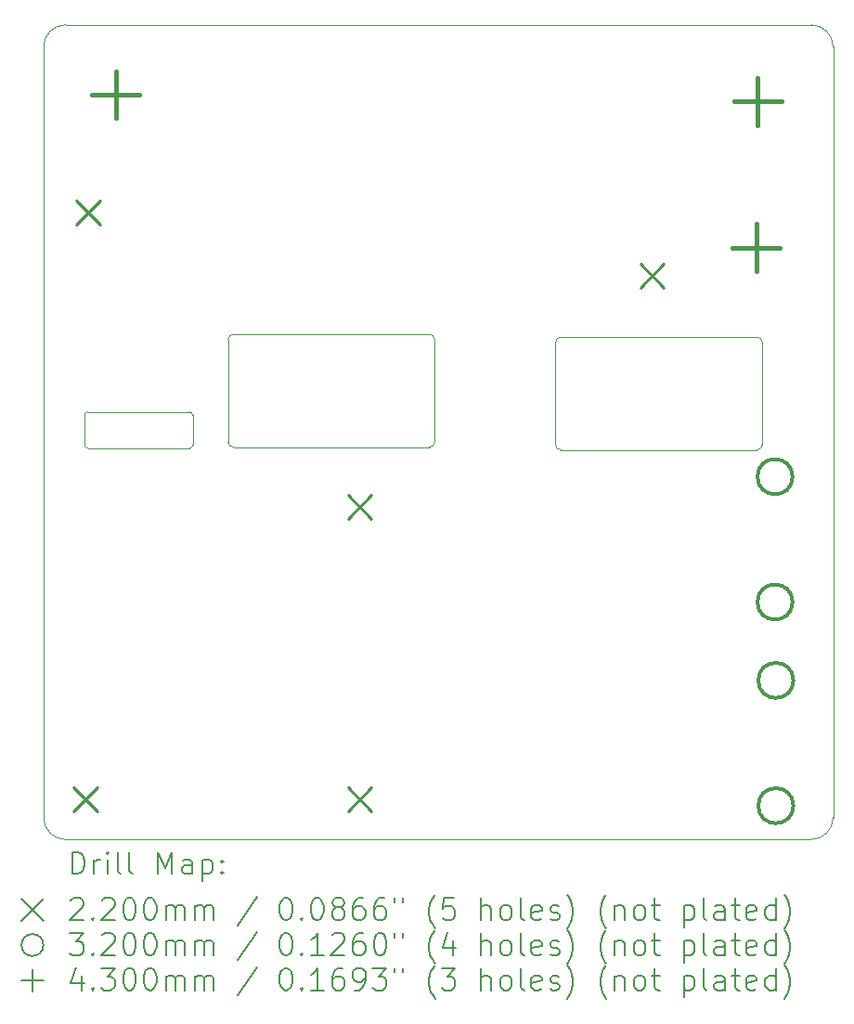
<source format=gbr>
%TF.GenerationSoftware,KiCad,Pcbnew,8.0.7*%
%TF.CreationDate,2025-03-13T19:28:36-05:00*%
%TF.ProjectId,motorboard,6d6f746f-7262-46f6-9172-642e6b696361,rev?*%
%TF.SameCoordinates,Original*%
%TF.FileFunction,Drillmap*%
%TF.FilePolarity,Positive*%
%FSLAX45Y45*%
G04 Gerber Fmt 4.5, Leading zero omitted, Abs format (unit mm)*
G04 Created by KiCad (PCBNEW 8.0.7) date 2025-03-13 19:28:36*
%MOMM*%
%LPD*%
G01*
G04 APERTURE LIST*
%ADD10C,0.050000*%
%ADD11C,0.200000*%
%ADD12C,0.220000*%
%ADD13C,0.320000*%
%ADD14C,0.430000*%
G04 APERTURE END LIST*
D10*
X12106800Y-9531900D02*
G75*
G02*
X12136800Y-9561900I0J-30000D01*
G01*
X15445200Y-9828600D02*
X15445200Y-8898400D01*
X17977600Y-7039500D02*
X17977600Y-6201200D01*
X10776700Y-6201200D02*
G75*
G02*
X10976700Y-6001200I200000J0D01*
G01*
X10776700Y-7039500D02*
X10776700Y-6201200D01*
X10776700Y-13230800D02*
X10776700Y-7039500D01*
X12136800Y-9561900D02*
X12136800Y-9832100D01*
X11180400Y-9531900D02*
X12106800Y-9531900D01*
X12508400Y-9853700D02*
G75*
G02*
X12458400Y-9803700I0J50000D01*
G01*
X10976700Y-13430800D02*
G75*
G02*
X10776700Y-13230800I0J200000D01*
G01*
X12508400Y-8823500D02*
X14294800Y-8823500D01*
X14294800Y-9853700D02*
X12508400Y-9853700D01*
X11180400Y-9862100D02*
G75*
G02*
X11150400Y-9832100I0J30000D01*
G01*
X17777600Y-6001200D02*
G75*
G02*
X17977600Y-6201200I0J-200000D01*
G01*
X17331600Y-9828600D02*
G75*
G02*
X17281600Y-9878600I-50000J0D01*
G01*
X14344800Y-8873500D02*
X14344800Y-9803700D01*
X14294800Y-8823500D02*
G75*
G02*
X14344800Y-8873500I0J-50000D01*
G01*
X15495200Y-9878600D02*
G75*
G02*
X15445200Y-9828600I0J50000D01*
G01*
X15445200Y-8898400D02*
G75*
G02*
X15495200Y-8848400I50000J0D01*
G01*
X17331600Y-8898400D02*
X17331600Y-9828600D01*
X17777600Y-13430800D02*
X10976700Y-13430800D01*
X12458400Y-9803700D02*
X12458400Y-8873500D01*
X12106800Y-9862100D02*
X11180400Y-9862100D01*
X10976700Y-6001200D02*
X17777600Y-6001200D01*
X15495200Y-8848400D02*
X17281600Y-8848400D01*
X17977600Y-13230800D02*
G75*
G02*
X17777600Y-13430800I-200000J0D01*
G01*
X17281600Y-8848400D02*
G75*
G02*
X17331600Y-8898400I0J-50000D01*
G01*
X11150400Y-9561900D02*
G75*
G02*
X11180400Y-9531900I30000J0D01*
G01*
X12458400Y-8873500D02*
G75*
G02*
X12508400Y-8823500I50000J0D01*
G01*
X17977600Y-7039500D02*
X17977600Y-13230800D01*
X12136800Y-9832100D02*
G75*
G02*
X12106800Y-9862100I-30000J0D01*
G01*
X17281600Y-9878600D02*
X15495200Y-9878600D01*
X14344800Y-9803700D02*
G75*
G02*
X14294800Y-9853700I-50000J0D01*
G01*
X11150400Y-9832100D02*
X11150400Y-9561900D01*
D11*
D12*
X11047700Y-12952500D02*
X11267700Y-13172500D01*
X11267700Y-12952500D02*
X11047700Y-13172500D01*
X11073100Y-7605700D02*
X11293100Y-7825700D01*
X11293100Y-7605700D02*
X11073100Y-7825700D01*
X13549600Y-10285500D02*
X13769600Y-10505500D01*
X13769600Y-10285500D02*
X13549600Y-10505500D01*
X13549600Y-12952500D02*
X13769600Y-13172500D01*
X13769600Y-12952500D02*
X13549600Y-13172500D01*
X16216600Y-8177200D02*
X16436600Y-8397200D01*
X16436600Y-8177200D02*
X16216600Y-8397200D01*
D13*
X17607280Y-10122050D02*
G75*
G02*
X17287280Y-10122050I-160000J0D01*
G01*
X17287280Y-10122050D02*
G75*
G02*
X17607280Y-10122050I160000J0D01*
G01*
X17607280Y-11265050D02*
G75*
G02*
X17287280Y-11265050I-160000J0D01*
G01*
X17287280Y-11265050D02*
G75*
G02*
X17607280Y-11265050I160000J0D01*
G01*
X17614900Y-11979450D02*
G75*
G02*
X17294900Y-11979450I-160000J0D01*
G01*
X17294900Y-11979450D02*
G75*
G02*
X17614900Y-11979450I160000J0D01*
G01*
X17614900Y-13122450D02*
G75*
G02*
X17294900Y-13122450I-160000J0D01*
G01*
X17294900Y-13122450D02*
G75*
G02*
X17614900Y-13122450I160000J0D01*
G01*
D14*
X11435700Y-6422600D02*
X11435700Y-6852600D01*
X11220700Y-6637600D02*
X11650700Y-6637600D01*
X17277700Y-7816800D02*
X17277700Y-8246800D01*
X17062700Y-8031800D02*
X17492700Y-8031800D01*
X17290400Y-6486100D02*
X17290400Y-6916100D01*
X17075400Y-6701100D02*
X17505400Y-6701100D01*
D11*
X11034977Y-13744784D02*
X11034977Y-13544784D01*
X11034977Y-13544784D02*
X11082596Y-13544784D01*
X11082596Y-13544784D02*
X11111167Y-13554308D01*
X11111167Y-13554308D02*
X11130215Y-13573355D01*
X11130215Y-13573355D02*
X11139739Y-13592403D01*
X11139739Y-13592403D02*
X11149263Y-13630498D01*
X11149263Y-13630498D02*
X11149263Y-13659069D01*
X11149263Y-13659069D02*
X11139739Y-13697165D01*
X11139739Y-13697165D02*
X11130215Y-13716212D01*
X11130215Y-13716212D02*
X11111167Y-13735260D01*
X11111167Y-13735260D02*
X11082596Y-13744784D01*
X11082596Y-13744784D02*
X11034977Y-13744784D01*
X11234977Y-13744784D02*
X11234977Y-13611450D01*
X11234977Y-13649546D02*
X11244501Y-13630498D01*
X11244501Y-13630498D02*
X11254024Y-13620974D01*
X11254024Y-13620974D02*
X11273072Y-13611450D01*
X11273072Y-13611450D02*
X11292120Y-13611450D01*
X11358786Y-13744784D02*
X11358786Y-13611450D01*
X11358786Y-13544784D02*
X11349262Y-13554308D01*
X11349262Y-13554308D02*
X11358786Y-13563831D01*
X11358786Y-13563831D02*
X11368310Y-13554308D01*
X11368310Y-13554308D02*
X11358786Y-13544784D01*
X11358786Y-13544784D02*
X11358786Y-13563831D01*
X11482596Y-13744784D02*
X11463548Y-13735260D01*
X11463548Y-13735260D02*
X11454024Y-13716212D01*
X11454024Y-13716212D02*
X11454024Y-13544784D01*
X11587358Y-13744784D02*
X11568310Y-13735260D01*
X11568310Y-13735260D02*
X11558786Y-13716212D01*
X11558786Y-13716212D02*
X11558786Y-13544784D01*
X11815929Y-13744784D02*
X11815929Y-13544784D01*
X11815929Y-13544784D02*
X11882596Y-13687641D01*
X11882596Y-13687641D02*
X11949262Y-13544784D01*
X11949262Y-13544784D02*
X11949262Y-13744784D01*
X12130215Y-13744784D02*
X12130215Y-13640022D01*
X12130215Y-13640022D02*
X12120691Y-13620974D01*
X12120691Y-13620974D02*
X12101643Y-13611450D01*
X12101643Y-13611450D02*
X12063548Y-13611450D01*
X12063548Y-13611450D02*
X12044501Y-13620974D01*
X12130215Y-13735260D02*
X12111167Y-13744784D01*
X12111167Y-13744784D02*
X12063548Y-13744784D01*
X12063548Y-13744784D02*
X12044501Y-13735260D01*
X12044501Y-13735260D02*
X12034977Y-13716212D01*
X12034977Y-13716212D02*
X12034977Y-13697165D01*
X12034977Y-13697165D02*
X12044501Y-13678117D01*
X12044501Y-13678117D02*
X12063548Y-13668593D01*
X12063548Y-13668593D02*
X12111167Y-13668593D01*
X12111167Y-13668593D02*
X12130215Y-13659069D01*
X12225453Y-13611450D02*
X12225453Y-13811450D01*
X12225453Y-13620974D02*
X12244501Y-13611450D01*
X12244501Y-13611450D02*
X12282596Y-13611450D01*
X12282596Y-13611450D02*
X12301643Y-13620974D01*
X12301643Y-13620974D02*
X12311167Y-13630498D01*
X12311167Y-13630498D02*
X12320691Y-13649546D01*
X12320691Y-13649546D02*
X12320691Y-13706688D01*
X12320691Y-13706688D02*
X12311167Y-13725736D01*
X12311167Y-13725736D02*
X12301643Y-13735260D01*
X12301643Y-13735260D02*
X12282596Y-13744784D01*
X12282596Y-13744784D02*
X12244501Y-13744784D01*
X12244501Y-13744784D02*
X12225453Y-13735260D01*
X12406405Y-13725736D02*
X12415929Y-13735260D01*
X12415929Y-13735260D02*
X12406405Y-13744784D01*
X12406405Y-13744784D02*
X12396882Y-13735260D01*
X12396882Y-13735260D02*
X12406405Y-13725736D01*
X12406405Y-13725736D02*
X12406405Y-13744784D01*
X12406405Y-13620974D02*
X12415929Y-13630498D01*
X12415929Y-13630498D02*
X12406405Y-13640022D01*
X12406405Y-13640022D02*
X12396882Y-13630498D01*
X12396882Y-13630498D02*
X12406405Y-13620974D01*
X12406405Y-13620974D02*
X12406405Y-13640022D01*
X10574200Y-13973300D02*
X10774200Y-14173300D01*
X10774200Y-13973300D02*
X10574200Y-14173300D01*
X11025453Y-13983831D02*
X11034977Y-13974308D01*
X11034977Y-13974308D02*
X11054024Y-13964784D01*
X11054024Y-13964784D02*
X11101644Y-13964784D01*
X11101644Y-13964784D02*
X11120691Y-13974308D01*
X11120691Y-13974308D02*
X11130215Y-13983831D01*
X11130215Y-13983831D02*
X11139739Y-14002879D01*
X11139739Y-14002879D02*
X11139739Y-14021927D01*
X11139739Y-14021927D02*
X11130215Y-14050498D01*
X11130215Y-14050498D02*
X11015929Y-14164784D01*
X11015929Y-14164784D02*
X11139739Y-14164784D01*
X11225453Y-14145736D02*
X11234977Y-14155260D01*
X11234977Y-14155260D02*
X11225453Y-14164784D01*
X11225453Y-14164784D02*
X11215929Y-14155260D01*
X11215929Y-14155260D02*
X11225453Y-14145736D01*
X11225453Y-14145736D02*
X11225453Y-14164784D01*
X11311167Y-13983831D02*
X11320691Y-13974308D01*
X11320691Y-13974308D02*
X11339739Y-13964784D01*
X11339739Y-13964784D02*
X11387358Y-13964784D01*
X11387358Y-13964784D02*
X11406405Y-13974308D01*
X11406405Y-13974308D02*
X11415929Y-13983831D01*
X11415929Y-13983831D02*
X11425453Y-14002879D01*
X11425453Y-14002879D02*
X11425453Y-14021927D01*
X11425453Y-14021927D02*
X11415929Y-14050498D01*
X11415929Y-14050498D02*
X11301643Y-14164784D01*
X11301643Y-14164784D02*
X11425453Y-14164784D01*
X11549262Y-13964784D02*
X11568310Y-13964784D01*
X11568310Y-13964784D02*
X11587358Y-13974308D01*
X11587358Y-13974308D02*
X11596882Y-13983831D01*
X11596882Y-13983831D02*
X11606405Y-14002879D01*
X11606405Y-14002879D02*
X11615929Y-14040974D01*
X11615929Y-14040974D02*
X11615929Y-14088593D01*
X11615929Y-14088593D02*
X11606405Y-14126688D01*
X11606405Y-14126688D02*
X11596882Y-14145736D01*
X11596882Y-14145736D02*
X11587358Y-14155260D01*
X11587358Y-14155260D02*
X11568310Y-14164784D01*
X11568310Y-14164784D02*
X11549262Y-14164784D01*
X11549262Y-14164784D02*
X11530215Y-14155260D01*
X11530215Y-14155260D02*
X11520691Y-14145736D01*
X11520691Y-14145736D02*
X11511167Y-14126688D01*
X11511167Y-14126688D02*
X11501643Y-14088593D01*
X11501643Y-14088593D02*
X11501643Y-14040974D01*
X11501643Y-14040974D02*
X11511167Y-14002879D01*
X11511167Y-14002879D02*
X11520691Y-13983831D01*
X11520691Y-13983831D02*
X11530215Y-13974308D01*
X11530215Y-13974308D02*
X11549262Y-13964784D01*
X11739739Y-13964784D02*
X11758786Y-13964784D01*
X11758786Y-13964784D02*
X11777834Y-13974308D01*
X11777834Y-13974308D02*
X11787358Y-13983831D01*
X11787358Y-13983831D02*
X11796882Y-14002879D01*
X11796882Y-14002879D02*
X11806405Y-14040974D01*
X11806405Y-14040974D02*
X11806405Y-14088593D01*
X11806405Y-14088593D02*
X11796882Y-14126688D01*
X11796882Y-14126688D02*
X11787358Y-14145736D01*
X11787358Y-14145736D02*
X11777834Y-14155260D01*
X11777834Y-14155260D02*
X11758786Y-14164784D01*
X11758786Y-14164784D02*
X11739739Y-14164784D01*
X11739739Y-14164784D02*
X11720691Y-14155260D01*
X11720691Y-14155260D02*
X11711167Y-14145736D01*
X11711167Y-14145736D02*
X11701643Y-14126688D01*
X11701643Y-14126688D02*
X11692120Y-14088593D01*
X11692120Y-14088593D02*
X11692120Y-14040974D01*
X11692120Y-14040974D02*
X11701643Y-14002879D01*
X11701643Y-14002879D02*
X11711167Y-13983831D01*
X11711167Y-13983831D02*
X11720691Y-13974308D01*
X11720691Y-13974308D02*
X11739739Y-13964784D01*
X11892120Y-14164784D02*
X11892120Y-14031450D01*
X11892120Y-14050498D02*
X11901643Y-14040974D01*
X11901643Y-14040974D02*
X11920691Y-14031450D01*
X11920691Y-14031450D02*
X11949263Y-14031450D01*
X11949263Y-14031450D02*
X11968310Y-14040974D01*
X11968310Y-14040974D02*
X11977834Y-14060022D01*
X11977834Y-14060022D02*
X11977834Y-14164784D01*
X11977834Y-14060022D02*
X11987358Y-14040974D01*
X11987358Y-14040974D02*
X12006405Y-14031450D01*
X12006405Y-14031450D02*
X12034977Y-14031450D01*
X12034977Y-14031450D02*
X12054024Y-14040974D01*
X12054024Y-14040974D02*
X12063548Y-14060022D01*
X12063548Y-14060022D02*
X12063548Y-14164784D01*
X12158786Y-14164784D02*
X12158786Y-14031450D01*
X12158786Y-14050498D02*
X12168310Y-14040974D01*
X12168310Y-14040974D02*
X12187358Y-14031450D01*
X12187358Y-14031450D02*
X12215929Y-14031450D01*
X12215929Y-14031450D02*
X12234977Y-14040974D01*
X12234977Y-14040974D02*
X12244501Y-14060022D01*
X12244501Y-14060022D02*
X12244501Y-14164784D01*
X12244501Y-14060022D02*
X12254024Y-14040974D01*
X12254024Y-14040974D02*
X12273072Y-14031450D01*
X12273072Y-14031450D02*
X12301643Y-14031450D01*
X12301643Y-14031450D02*
X12320691Y-14040974D01*
X12320691Y-14040974D02*
X12330215Y-14060022D01*
X12330215Y-14060022D02*
X12330215Y-14164784D01*
X12720691Y-13955260D02*
X12549263Y-14212403D01*
X12977834Y-13964784D02*
X12996882Y-13964784D01*
X12996882Y-13964784D02*
X13015929Y-13974308D01*
X13015929Y-13974308D02*
X13025453Y-13983831D01*
X13025453Y-13983831D02*
X13034977Y-14002879D01*
X13034977Y-14002879D02*
X13044501Y-14040974D01*
X13044501Y-14040974D02*
X13044501Y-14088593D01*
X13044501Y-14088593D02*
X13034977Y-14126688D01*
X13034977Y-14126688D02*
X13025453Y-14145736D01*
X13025453Y-14145736D02*
X13015929Y-14155260D01*
X13015929Y-14155260D02*
X12996882Y-14164784D01*
X12996882Y-14164784D02*
X12977834Y-14164784D01*
X12977834Y-14164784D02*
X12958786Y-14155260D01*
X12958786Y-14155260D02*
X12949263Y-14145736D01*
X12949263Y-14145736D02*
X12939739Y-14126688D01*
X12939739Y-14126688D02*
X12930215Y-14088593D01*
X12930215Y-14088593D02*
X12930215Y-14040974D01*
X12930215Y-14040974D02*
X12939739Y-14002879D01*
X12939739Y-14002879D02*
X12949263Y-13983831D01*
X12949263Y-13983831D02*
X12958786Y-13974308D01*
X12958786Y-13974308D02*
X12977834Y-13964784D01*
X13130215Y-14145736D02*
X13139739Y-14155260D01*
X13139739Y-14155260D02*
X13130215Y-14164784D01*
X13130215Y-14164784D02*
X13120691Y-14155260D01*
X13120691Y-14155260D02*
X13130215Y-14145736D01*
X13130215Y-14145736D02*
X13130215Y-14164784D01*
X13263548Y-13964784D02*
X13282596Y-13964784D01*
X13282596Y-13964784D02*
X13301644Y-13974308D01*
X13301644Y-13974308D02*
X13311167Y-13983831D01*
X13311167Y-13983831D02*
X13320691Y-14002879D01*
X13320691Y-14002879D02*
X13330215Y-14040974D01*
X13330215Y-14040974D02*
X13330215Y-14088593D01*
X13330215Y-14088593D02*
X13320691Y-14126688D01*
X13320691Y-14126688D02*
X13311167Y-14145736D01*
X13311167Y-14145736D02*
X13301644Y-14155260D01*
X13301644Y-14155260D02*
X13282596Y-14164784D01*
X13282596Y-14164784D02*
X13263548Y-14164784D01*
X13263548Y-14164784D02*
X13244501Y-14155260D01*
X13244501Y-14155260D02*
X13234977Y-14145736D01*
X13234977Y-14145736D02*
X13225453Y-14126688D01*
X13225453Y-14126688D02*
X13215929Y-14088593D01*
X13215929Y-14088593D02*
X13215929Y-14040974D01*
X13215929Y-14040974D02*
X13225453Y-14002879D01*
X13225453Y-14002879D02*
X13234977Y-13983831D01*
X13234977Y-13983831D02*
X13244501Y-13974308D01*
X13244501Y-13974308D02*
X13263548Y-13964784D01*
X13444501Y-14050498D02*
X13425453Y-14040974D01*
X13425453Y-14040974D02*
X13415929Y-14031450D01*
X13415929Y-14031450D02*
X13406406Y-14012403D01*
X13406406Y-14012403D02*
X13406406Y-14002879D01*
X13406406Y-14002879D02*
X13415929Y-13983831D01*
X13415929Y-13983831D02*
X13425453Y-13974308D01*
X13425453Y-13974308D02*
X13444501Y-13964784D01*
X13444501Y-13964784D02*
X13482596Y-13964784D01*
X13482596Y-13964784D02*
X13501644Y-13974308D01*
X13501644Y-13974308D02*
X13511167Y-13983831D01*
X13511167Y-13983831D02*
X13520691Y-14002879D01*
X13520691Y-14002879D02*
X13520691Y-14012403D01*
X13520691Y-14012403D02*
X13511167Y-14031450D01*
X13511167Y-14031450D02*
X13501644Y-14040974D01*
X13501644Y-14040974D02*
X13482596Y-14050498D01*
X13482596Y-14050498D02*
X13444501Y-14050498D01*
X13444501Y-14050498D02*
X13425453Y-14060022D01*
X13425453Y-14060022D02*
X13415929Y-14069546D01*
X13415929Y-14069546D02*
X13406406Y-14088593D01*
X13406406Y-14088593D02*
X13406406Y-14126688D01*
X13406406Y-14126688D02*
X13415929Y-14145736D01*
X13415929Y-14145736D02*
X13425453Y-14155260D01*
X13425453Y-14155260D02*
X13444501Y-14164784D01*
X13444501Y-14164784D02*
X13482596Y-14164784D01*
X13482596Y-14164784D02*
X13501644Y-14155260D01*
X13501644Y-14155260D02*
X13511167Y-14145736D01*
X13511167Y-14145736D02*
X13520691Y-14126688D01*
X13520691Y-14126688D02*
X13520691Y-14088593D01*
X13520691Y-14088593D02*
X13511167Y-14069546D01*
X13511167Y-14069546D02*
X13501644Y-14060022D01*
X13501644Y-14060022D02*
X13482596Y-14050498D01*
X13692120Y-13964784D02*
X13654025Y-13964784D01*
X13654025Y-13964784D02*
X13634977Y-13974308D01*
X13634977Y-13974308D02*
X13625453Y-13983831D01*
X13625453Y-13983831D02*
X13606406Y-14012403D01*
X13606406Y-14012403D02*
X13596882Y-14050498D01*
X13596882Y-14050498D02*
X13596882Y-14126688D01*
X13596882Y-14126688D02*
X13606406Y-14145736D01*
X13606406Y-14145736D02*
X13615929Y-14155260D01*
X13615929Y-14155260D02*
X13634977Y-14164784D01*
X13634977Y-14164784D02*
X13673072Y-14164784D01*
X13673072Y-14164784D02*
X13692120Y-14155260D01*
X13692120Y-14155260D02*
X13701644Y-14145736D01*
X13701644Y-14145736D02*
X13711167Y-14126688D01*
X13711167Y-14126688D02*
X13711167Y-14079069D01*
X13711167Y-14079069D02*
X13701644Y-14060022D01*
X13701644Y-14060022D02*
X13692120Y-14050498D01*
X13692120Y-14050498D02*
X13673072Y-14040974D01*
X13673072Y-14040974D02*
X13634977Y-14040974D01*
X13634977Y-14040974D02*
X13615929Y-14050498D01*
X13615929Y-14050498D02*
X13606406Y-14060022D01*
X13606406Y-14060022D02*
X13596882Y-14079069D01*
X13882596Y-13964784D02*
X13844501Y-13964784D01*
X13844501Y-13964784D02*
X13825453Y-13974308D01*
X13825453Y-13974308D02*
X13815929Y-13983831D01*
X13815929Y-13983831D02*
X13796882Y-14012403D01*
X13796882Y-14012403D02*
X13787358Y-14050498D01*
X13787358Y-14050498D02*
X13787358Y-14126688D01*
X13787358Y-14126688D02*
X13796882Y-14145736D01*
X13796882Y-14145736D02*
X13806406Y-14155260D01*
X13806406Y-14155260D02*
X13825453Y-14164784D01*
X13825453Y-14164784D02*
X13863548Y-14164784D01*
X13863548Y-14164784D02*
X13882596Y-14155260D01*
X13882596Y-14155260D02*
X13892120Y-14145736D01*
X13892120Y-14145736D02*
X13901644Y-14126688D01*
X13901644Y-14126688D02*
X13901644Y-14079069D01*
X13901644Y-14079069D02*
X13892120Y-14060022D01*
X13892120Y-14060022D02*
X13882596Y-14050498D01*
X13882596Y-14050498D02*
X13863548Y-14040974D01*
X13863548Y-14040974D02*
X13825453Y-14040974D01*
X13825453Y-14040974D02*
X13806406Y-14050498D01*
X13806406Y-14050498D02*
X13796882Y-14060022D01*
X13796882Y-14060022D02*
X13787358Y-14079069D01*
X13977834Y-13964784D02*
X13977834Y-14002879D01*
X14054025Y-13964784D02*
X14054025Y-14002879D01*
X14349263Y-14240974D02*
X14339739Y-14231450D01*
X14339739Y-14231450D02*
X14320691Y-14202879D01*
X14320691Y-14202879D02*
X14311168Y-14183831D01*
X14311168Y-14183831D02*
X14301644Y-14155260D01*
X14301644Y-14155260D02*
X14292120Y-14107641D01*
X14292120Y-14107641D02*
X14292120Y-14069546D01*
X14292120Y-14069546D02*
X14301644Y-14021927D01*
X14301644Y-14021927D02*
X14311168Y-13993355D01*
X14311168Y-13993355D02*
X14320691Y-13974308D01*
X14320691Y-13974308D02*
X14339739Y-13945736D01*
X14339739Y-13945736D02*
X14349263Y-13936212D01*
X14520691Y-13964784D02*
X14425453Y-13964784D01*
X14425453Y-13964784D02*
X14415929Y-14060022D01*
X14415929Y-14060022D02*
X14425453Y-14050498D01*
X14425453Y-14050498D02*
X14444501Y-14040974D01*
X14444501Y-14040974D02*
X14492120Y-14040974D01*
X14492120Y-14040974D02*
X14511168Y-14050498D01*
X14511168Y-14050498D02*
X14520691Y-14060022D01*
X14520691Y-14060022D02*
X14530215Y-14079069D01*
X14530215Y-14079069D02*
X14530215Y-14126688D01*
X14530215Y-14126688D02*
X14520691Y-14145736D01*
X14520691Y-14145736D02*
X14511168Y-14155260D01*
X14511168Y-14155260D02*
X14492120Y-14164784D01*
X14492120Y-14164784D02*
X14444501Y-14164784D01*
X14444501Y-14164784D02*
X14425453Y-14155260D01*
X14425453Y-14155260D02*
X14415929Y-14145736D01*
X14768310Y-14164784D02*
X14768310Y-13964784D01*
X14854025Y-14164784D02*
X14854025Y-14060022D01*
X14854025Y-14060022D02*
X14844501Y-14040974D01*
X14844501Y-14040974D02*
X14825453Y-14031450D01*
X14825453Y-14031450D02*
X14796882Y-14031450D01*
X14796882Y-14031450D02*
X14777834Y-14040974D01*
X14777834Y-14040974D02*
X14768310Y-14050498D01*
X14977834Y-14164784D02*
X14958787Y-14155260D01*
X14958787Y-14155260D02*
X14949263Y-14145736D01*
X14949263Y-14145736D02*
X14939739Y-14126688D01*
X14939739Y-14126688D02*
X14939739Y-14069546D01*
X14939739Y-14069546D02*
X14949263Y-14050498D01*
X14949263Y-14050498D02*
X14958787Y-14040974D01*
X14958787Y-14040974D02*
X14977834Y-14031450D01*
X14977834Y-14031450D02*
X15006406Y-14031450D01*
X15006406Y-14031450D02*
X15025453Y-14040974D01*
X15025453Y-14040974D02*
X15034977Y-14050498D01*
X15034977Y-14050498D02*
X15044501Y-14069546D01*
X15044501Y-14069546D02*
X15044501Y-14126688D01*
X15044501Y-14126688D02*
X15034977Y-14145736D01*
X15034977Y-14145736D02*
X15025453Y-14155260D01*
X15025453Y-14155260D02*
X15006406Y-14164784D01*
X15006406Y-14164784D02*
X14977834Y-14164784D01*
X15158787Y-14164784D02*
X15139739Y-14155260D01*
X15139739Y-14155260D02*
X15130215Y-14136212D01*
X15130215Y-14136212D02*
X15130215Y-13964784D01*
X15311168Y-14155260D02*
X15292120Y-14164784D01*
X15292120Y-14164784D02*
X15254025Y-14164784D01*
X15254025Y-14164784D02*
X15234977Y-14155260D01*
X15234977Y-14155260D02*
X15225453Y-14136212D01*
X15225453Y-14136212D02*
X15225453Y-14060022D01*
X15225453Y-14060022D02*
X15234977Y-14040974D01*
X15234977Y-14040974D02*
X15254025Y-14031450D01*
X15254025Y-14031450D02*
X15292120Y-14031450D01*
X15292120Y-14031450D02*
X15311168Y-14040974D01*
X15311168Y-14040974D02*
X15320691Y-14060022D01*
X15320691Y-14060022D02*
X15320691Y-14079069D01*
X15320691Y-14079069D02*
X15225453Y-14098117D01*
X15396882Y-14155260D02*
X15415930Y-14164784D01*
X15415930Y-14164784D02*
X15454025Y-14164784D01*
X15454025Y-14164784D02*
X15473072Y-14155260D01*
X15473072Y-14155260D02*
X15482596Y-14136212D01*
X15482596Y-14136212D02*
X15482596Y-14126688D01*
X15482596Y-14126688D02*
X15473072Y-14107641D01*
X15473072Y-14107641D02*
X15454025Y-14098117D01*
X15454025Y-14098117D02*
X15425453Y-14098117D01*
X15425453Y-14098117D02*
X15406406Y-14088593D01*
X15406406Y-14088593D02*
X15396882Y-14069546D01*
X15396882Y-14069546D02*
X15396882Y-14060022D01*
X15396882Y-14060022D02*
X15406406Y-14040974D01*
X15406406Y-14040974D02*
X15425453Y-14031450D01*
X15425453Y-14031450D02*
X15454025Y-14031450D01*
X15454025Y-14031450D02*
X15473072Y-14040974D01*
X15549263Y-14240974D02*
X15558787Y-14231450D01*
X15558787Y-14231450D02*
X15577834Y-14202879D01*
X15577834Y-14202879D02*
X15587358Y-14183831D01*
X15587358Y-14183831D02*
X15596882Y-14155260D01*
X15596882Y-14155260D02*
X15606406Y-14107641D01*
X15606406Y-14107641D02*
X15606406Y-14069546D01*
X15606406Y-14069546D02*
X15596882Y-14021927D01*
X15596882Y-14021927D02*
X15587358Y-13993355D01*
X15587358Y-13993355D02*
X15577834Y-13974308D01*
X15577834Y-13974308D02*
X15558787Y-13945736D01*
X15558787Y-13945736D02*
X15549263Y-13936212D01*
X15911168Y-14240974D02*
X15901644Y-14231450D01*
X15901644Y-14231450D02*
X15882596Y-14202879D01*
X15882596Y-14202879D02*
X15873072Y-14183831D01*
X15873072Y-14183831D02*
X15863549Y-14155260D01*
X15863549Y-14155260D02*
X15854025Y-14107641D01*
X15854025Y-14107641D02*
X15854025Y-14069546D01*
X15854025Y-14069546D02*
X15863549Y-14021927D01*
X15863549Y-14021927D02*
X15873072Y-13993355D01*
X15873072Y-13993355D02*
X15882596Y-13974308D01*
X15882596Y-13974308D02*
X15901644Y-13945736D01*
X15901644Y-13945736D02*
X15911168Y-13936212D01*
X15987358Y-14031450D02*
X15987358Y-14164784D01*
X15987358Y-14050498D02*
X15996882Y-14040974D01*
X15996882Y-14040974D02*
X16015930Y-14031450D01*
X16015930Y-14031450D02*
X16044501Y-14031450D01*
X16044501Y-14031450D02*
X16063549Y-14040974D01*
X16063549Y-14040974D02*
X16073072Y-14060022D01*
X16073072Y-14060022D02*
X16073072Y-14164784D01*
X16196882Y-14164784D02*
X16177834Y-14155260D01*
X16177834Y-14155260D02*
X16168311Y-14145736D01*
X16168311Y-14145736D02*
X16158787Y-14126688D01*
X16158787Y-14126688D02*
X16158787Y-14069546D01*
X16158787Y-14069546D02*
X16168311Y-14050498D01*
X16168311Y-14050498D02*
X16177834Y-14040974D01*
X16177834Y-14040974D02*
X16196882Y-14031450D01*
X16196882Y-14031450D02*
X16225453Y-14031450D01*
X16225453Y-14031450D02*
X16244501Y-14040974D01*
X16244501Y-14040974D02*
X16254025Y-14050498D01*
X16254025Y-14050498D02*
X16263549Y-14069546D01*
X16263549Y-14069546D02*
X16263549Y-14126688D01*
X16263549Y-14126688D02*
X16254025Y-14145736D01*
X16254025Y-14145736D02*
X16244501Y-14155260D01*
X16244501Y-14155260D02*
X16225453Y-14164784D01*
X16225453Y-14164784D02*
X16196882Y-14164784D01*
X16320692Y-14031450D02*
X16396882Y-14031450D01*
X16349263Y-13964784D02*
X16349263Y-14136212D01*
X16349263Y-14136212D02*
X16358787Y-14155260D01*
X16358787Y-14155260D02*
X16377834Y-14164784D01*
X16377834Y-14164784D02*
X16396882Y-14164784D01*
X16615930Y-14031450D02*
X16615930Y-14231450D01*
X16615930Y-14040974D02*
X16634977Y-14031450D01*
X16634977Y-14031450D02*
X16673073Y-14031450D01*
X16673073Y-14031450D02*
X16692120Y-14040974D01*
X16692120Y-14040974D02*
X16701644Y-14050498D01*
X16701644Y-14050498D02*
X16711168Y-14069546D01*
X16711168Y-14069546D02*
X16711168Y-14126688D01*
X16711168Y-14126688D02*
X16701644Y-14145736D01*
X16701644Y-14145736D02*
X16692120Y-14155260D01*
X16692120Y-14155260D02*
X16673073Y-14164784D01*
X16673073Y-14164784D02*
X16634977Y-14164784D01*
X16634977Y-14164784D02*
X16615930Y-14155260D01*
X16825454Y-14164784D02*
X16806406Y-14155260D01*
X16806406Y-14155260D02*
X16796882Y-14136212D01*
X16796882Y-14136212D02*
X16796882Y-13964784D01*
X16987358Y-14164784D02*
X16987358Y-14060022D01*
X16987358Y-14060022D02*
X16977835Y-14040974D01*
X16977835Y-14040974D02*
X16958787Y-14031450D01*
X16958787Y-14031450D02*
X16920692Y-14031450D01*
X16920692Y-14031450D02*
X16901644Y-14040974D01*
X16987358Y-14155260D02*
X16968311Y-14164784D01*
X16968311Y-14164784D02*
X16920692Y-14164784D01*
X16920692Y-14164784D02*
X16901644Y-14155260D01*
X16901644Y-14155260D02*
X16892120Y-14136212D01*
X16892120Y-14136212D02*
X16892120Y-14117165D01*
X16892120Y-14117165D02*
X16901644Y-14098117D01*
X16901644Y-14098117D02*
X16920692Y-14088593D01*
X16920692Y-14088593D02*
X16968311Y-14088593D01*
X16968311Y-14088593D02*
X16987358Y-14079069D01*
X17054025Y-14031450D02*
X17130215Y-14031450D01*
X17082596Y-13964784D02*
X17082596Y-14136212D01*
X17082596Y-14136212D02*
X17092120Y-14155260D01*
X17092120Y-14155260D02*
X17111168Y-14164784D01*
X17111168Y-14164784D02*
X17130215Y-14164784D01*
X17273073Y-14155260D02*
X17254025Y-14164784D01*
X17254025Y-14164784D02*
X17215930Y-14164784D01*
X17215930Y-14164784D02*
X17196882Y-14155260D01*
X17196882Y-14155260D02*
X17187358Y-14136212D01*
X17187358Y-14136212D02*
X17187358Y-14060022D01*
X17187358Y-14060022D02*
X17196882Y-14040974D01*
X17196882Y-14040974D02*
X17215930Y-14031450D01*
X17215930Y-14031450D02*
X17254025Y-14031450D01*
X17254025Y-14031450D02*
X17273073Y-14040974D01*
X17273073Y-14040974D02*
X17282596Y-14060022D01*
X17282596Y-14060022D02*
X17282596Y-14079069D01*
X17282596Y-14079069D02*
X17187358Y-14098117D01*
X17454025Y-14164784D02*
X17454025Y-13964784D01*
X17454025Y-14155260D02*
X17434977Y-14164784D01*
X17434977Y-14164784D02*
X17396882Y-14164784D01*
X17396882Y-14164784D02*
X17377835Y-14155260D01*
X17377835Y-14155260D02*
X17368311Y-14145736D01*
X17368311Y-14145736D02*
X17358787Y-14126688D01*
X17358787Y-14126688D02*
X17358787Y-14069546D01*
X17358787Y-14069546D02*
X17368311Y-14050498D01*
X17368311Y-14050498D02*
X17377835Y-14040974D01*
X17377835Y-14040974D02*
X17396882Y-14031450D01*
X17396882Y-14031450D02*
X17434977Y-14031450D01*
X17434977Y-14031450D02*
X17454025Y-14040974D01*
X17530216Y-14240974D02*
X17539739Y-14231450D01*
X17539739Y-14231450D02*
X17558787Y-14202879D01*
X17558787Y-14202879D02*
X17568311Y-14183831D01*
X17568311Y-14183831D02*
X17577835Y-14155260D01*
X17577835Y-14155260D02*
X17587358Y-14107641D01*
X17587358Y-14107641D02*
X17587358Y-14069546D01*
X17587358Y-14069546D02*
X17577835Y-14021927D01*
X17577835Y-14021927D02*
X17568311Y-13993355D01*
X17568311Y-13993355D02*
X17558787Y-13974308D01*
X17558787Y-13974308D02*
X17539739Y-13945736D01*
X17539739Y-13945736D02*
X17530216Y-13936212D01*
X10774200Y-14393300D02*
G75*
G02*
X10574200Y-14393300I-100000J0D01*
G01*
X10574200Y-14393300D02*
G75*
G02*
X10774200Y-14393300I100000J0D01*
G01*
X11015929Y-14284784D02*
X11139739Y-14284784D01*
X11139739Y-14284784D02*
X11073072Y-14360974D01*
X11073072Y-14360974D02*
X11101644Y-14360974D01*
X11101644Y-14360974D02*
X11120691Y-14370498D01*
X11120691Y-14370498D02*
X11130215Y-14380022D01*
X11130215Y-14380022D02*
X11139739Y-14399069D01*
X11139739Y-14399069D02*
X11139739Y-14446688D01*
X11139739Y-14446688D02*
X11130215Y-14465736D01*
X11130215Y-14465736D02*
X11120691Y-14475260D01*
X11120691Y-14475260D02*
X11101644Y-14484784D01*
X11101644Y-14484784D02*
X11044501Y-14484784D01*
X11044501Y-14484784D02*
X11025453Y-14475260D01*
X11025453Y-14475260D02*
X11015929Y-14465736D01*
X11225453Y-14465736D02*
X11234977Y-14475260D01*
X11234977Y-14475260D02*
X11225453Y-14484784D01*
X11225453Y-14484784D02*
X11215929Y-14475260D01*
X11215929Y-14475260D02*
X11225453Y-14465736D01*
X11225453Y-14465736D02*
X11225453Y-14484784D01*
X11311167Y-14303831D02*
X11320691Y-14294308D01*
X11320691Y-14294308D02*
X11339739Y-14284784D01*
X11339739Y-14284784D02*
X11387358Y-14284784D01*
X11387358Y-14284784D02*
X11406405Y-14294308D01*
X11406405Y-14294308D02*
X11415929Y-14303831D01*
X11415929Y-14303831D02*
X11425453Y-14322879D01*
X11425453Y-14322879D02*
X11425453Y-14341927D01*
X11425453Y-14341927D02*
X11415929Y-14370498D01*
X11415929Y-14370498D02*
X11301643Y-14484784D01*
X11301643Y-14484784D02*
X11425453Y-14484784D01*
X11549262Y-14284784D02*
X11568310Y-14284784D01*
X11568310Y-14284784D02*
X11587358Y-14294308D01*
X11587358Y-14294308D02*
X11596882Y-14303831D01*
X11596882Y-14303831D02*
X11606405Y-14322879D01*
X11606405Y-14322879D02*
X11615929Y-14360974D01*
X11615929Y-14360974D02*
X11615929Y-14408593D01*
X11615929Y-14408593D02*
X11606405Y-14446688D01*
X11606405Y-14446688D02*
X11596882Y-14465736D01*
X11596882Y-14465736D02*
X11587358Y-14475260D01*
X11587358Y-14475260D02*
X11568310Y-14484784D01*
X11568310Y-14484784D02*
X11549262Y-14484784D01*
X11549262Y-14484784D02*
X11530215Y-14475260D01*
X11530215Y-14475260D02*
X11520691Y-14465736D01*
X11520691Y-14465736D02*
X11511167Y-14446688D01*
X11511167Y-14446688D02*
X11501643Y-14408593D01*
X11501643Y-14408593D02*
X11501643Y-14360974D01*
X11501643Y-14360974D02*
X11511167Y-14322879D01*
X11511167Y-14322879D02*
X11520691Y-14303831D01*
X11520691Y-14303831D02*
X11530215Y-14294308D01*
X11530215Y-14294308D02*
X11549262Y-14284784D01*
X11739739Y-14284784D02*
X11758786Y-14284784D01*
X11758786Y-14284784D02*
X11777834Y-14294308D01*
X11777834Y-14294308D02*
X11787358Y-14303831D01*
X11787358Y-14303831D02*
X11796882Y-14322879D01*
X11796882Y-14322879D02*
X11806405Y-14360974D01*
X11806405Y-14360974D02*
X11806405Y-14408593D01*
X11806405Y-14408593D02*
X11796882Y-14446688D01*
X11796882Y-14446688D02*
X11787358Y-14465736D01*
X11787358Y-14465736D02*
X11777834Y-14475260D01*
X11777834Y-14475260D02*
X11758786Y-14484784D01*
X11758786Y-14484784D02*
X11739739Y-14484784D01*
X11739739Y-14484784D02*
X11720691Y-14475260D01*
X11720691Y-14475260D02*
X11711167Y-14465736D01*
X11711167Y-14465736D02*
X11701643Y-14446688D01*
X11701643Y-14446688D02*
X11692120Y-14408593D01*
X11692120Y-14408593D02*
X11692120Y-14360974D01*
X11692120Y-14360974D02*
X11701643Y-14322879D01*
X11701643Y-14322879D02*
X11711167Y-14303831D01*
X11711167Y-14303831D02*
X11720691Y-14294308D01*
X11720691Y-14294308D02*
X11739739Y-14284784D01*
X11892120Y-14484784D02*
X11892120Y-14351450D01*
X11892120Y-14370498D02*
X11901643Y-14360974D01*
X11901643Y-14360974D02*
X11920691Y-14351450D01*
X11920691Y-14351450D02*
X11949263Y-14351450D01*
X11949263Y-14351450D02*
X11968310Y-14360974D01*
X11968310Y-14360974D02*
X11977834Y-14380022D01*
X11977834Y-14380022D02*
X11977834Y-14484784D01*
X11977834Y-14380022D02*
X11987358Y-14360974D01*
X11987358Y-14360974D02*
X12006405Y-14351450D01*
X12006405Y-14351450D02*
X12034977Y-14351450D01*
X12034977Y-14351450D02*
X12054024Y-14360974D01*
X12054024Y-14360974D02*
X12063548Y-14380022D01*
X12063548Y-14380022D02*
X12063548Y-14484784D01*
X12158786Y-14484784D02*
X12158786Y-14351450D01*
X12158786Y-14370498D02*
X12168310Y-14360974D01*
X12168310Y-14360974D02*
X12187358Y-14351450D01*
X12187358Y-14351450D02*
X12215929Y-14351450D01*
X12215929Y-14351450D02*
X12234977Y-14360974D01*
X12234977Y-14360974D02*
X12244501Y-14380022D01*
X12244501Y-14380022D02*
X12244501Y-14484784D01*
X12244501Y-14380022D02*
X12254024Y-14360974D01*
X12254024Y-14360974D02*
X12273072Y-14351450D01*
X12273072Y-14351450D02*
X12301643Y-14351450D01*
X12301643Y-14351450D02*
X12320691Y-14360974D01*
X12320691Y-14360974D02*
X12330215Y-14380022D01*
X12330215Y-14380022D02*
X12330215Y-14484784D01*
X12720691Y-14275260D02*
X12549263Y-14532403D01*
X12977834Y-14284784D02*
X12996882Y-14284784D01*
X12996882Y-14284784D02*
X13015929Y-14294308D01*
X13015929Y-14294308D02*
X13025453Y-14303831D01*
X13025453Y-14303831D02*
X13034977Y-14322879D01*
X13034977Y-14322879D02*
X13044501Y-14360974D01*
X13044501Y-14360974D02*
X13044501Y-14408593D01*
X13044501Y-14408593D02*
X13034977Y-14446688D01*
X13034977Y-14446688D02*
X13025453Y-14465736D01*
X13025453Y-14465736D02*
X13015929Y-14475260D01*
X13015929Y-14475260D02*
X12996882Y-14484784D01*
X12996882Y-14484784D02*
X12977834Y-14484784D01*
X12977834Y-14484784D02*
X12958786Y-14475260D01*
X12958786Y-14475260D02*
X12949263Y-14465736D01*
X12949263Y-14465736D02*
X12939739Y-14446688D01*
X12939739Y-14446688D02*
X12930215Y-14408593D01*
X12930215Y-14408593D02*
X12930215Y-14360974D01*
X12930215Y-14360974D02*
X12939739Y-14322879D01*
X12939739Y-14322879D02*
X12949263Y-14303831D01*
X12949263Y-14303831D02*
X12958786Y-14294308D01*
X12958786Y-14294308D02*
X12977834Y-14284784D01*
X13130215Y-14465736D02*
X13139739Y-14475260D01*
X13139739Y-14475260D02*
X13130215Y-14484784D01*
X13130215Y-14484784D02*
X13120691Y-14475260D01*
X13120691Y-14475260D02*
X13130215Y-14465736D01*
X13130215Y-14465736D02*
X13130215Y-14484784D01*
X13330215Y-14484784D02*
X13215929Y-14484784D01*
X13273072Y-14484784D02*
X13273072Y-14284784D01*
X13273072Y-14284784D02*
X13254025Y-14313355D01*
X13254025Y-14313355D02*
X13234977Y-14332403D01*
X13234977Y-14332403D02*
X13215929Y-14341927D01*
X13406406Y-14303831D02*
X13415929Y-14294308D01*
X13415929Y-14294308D02*
X13434977Y-14284784D01*
X13434977Y-14284784D02*
X13482596Y-14284784D01*
X13482596Y-14284784D02*
X13501644Y-14294308D01*
X13501644Y-14294308D02*
X13511167Y-14303831D01*
X13511167Y-14303831D02*
X13520691Y-14322879D01*
X13520691Y-14322879D02*
X13520691Y-14341927D01*
X13520691Y-14341927D02*
X13511167Y-14370498D01*
X13511167Y-14370498D02*
X13396882Y-14484784D01*
X13396882Y-14484784D02*
X13520691Y-14484784D01*
X13692120Y-14284784D02*
X13654025Y-14284784D01*
X13654025Y-14284784D02*
X13634977Y-14294308D01*
X13634977Y-14294308D02*
X13625453Y-14303831D01*
X13625453Y-14303831D02*
X13606406Y-14332403D01*
X13606406Y-14332403D02*
X13596882Y-14370498D01*
X13596882Y-14370498D02*
X13596882Y-14446688D01*
X13596882Y-14446688D02*
X13606406Y-14465736D01*
X13606406Y-14465736D02*
X13615929Y-14475260D01*
X13615929Y-14475260D02*
X13634977Y-14484784D01*
X13634977Y-14484784D02*
X13673072Y-14484784D01*
X13673072Y-14484784D02*
X13692120Y-14475260D01*
X13692120Y-14475260D02*
X13701644Y-14465736D01*
X13701644Y-14465736D02*
X13711167Y-14446688D01*
X13711167Y-14446688D02*
X13711167Y-14399069D01*
X13711167Y-14399069D02*
X13701644Y-14380022D01*
X13701644Y-14380022D02*
X13692120Y-14370498D01*
X13692120Y-14370498D02*
X13673072Y-14360974D01*
X13673072Y-14360974D02*
X13634977Y-14360974D01*
X13634977Y-14360974D02*
X13615929Y-14370498D01*
X13615929Y-14370498D02*
X13606406Y-14380022D01*
X13606406Y-14380022D02*
X13596882Y-14399069D01*
X13834977Y-14284784D02*
X13854025Y-14284784D01*
X13854025Y-14284784D02*
X13873072Y-14294308D01*
X13873072Y-14294308D02*
X13882596Y-14303831D01*
X13882596Y-14303831D02*
X13892120Y-14322879D01*
X13892120Y-14322879D02*
X13901644Y-14360974D01*
X13901644Y-14360974D02*
X13901644Y-14408593D01*
X13901644Y-14408593D02*
X13892120Y-14446688D01*
X13892120Y-14446688D02*
X13882596Y-14465736D01*
X13882596Y-14465736D02*
X13873072Y-14475260D01*
X13873072Y-14475260D02*
X13854025Y-14484784D01*
X13854025Y-14484784D02*
X13834977Y-14484784D01*
X13834977Y-14484784D02*
X13815929Y-14475260D01*
X13815929Y-14475260D02*
X13806406Y-14465736D01*
X13806406Y-14465736D02*
X13796882Y-14446688D01*
X13796882Y-14446688D02*
X13787358Y-14408593D01*
X13787358Y-14408593D02*
X13787358Y-14360974D01*
X13787358Y-14360974D02*
X13796882Y-14322879D01*
X13796882Y-14322879D02*
X13806406Y-14303831D01*
X13806406Y-14303831D02*
X13815929Y-14294308D01*
X13815929Y-14294308D02*
X13834977Y-14284784D01*
X13977834Y-14284784D02*
X13977834Y-14322879D01*
X14054025Y-14284784D02*
X14054025Y-14322879D01*
X14349263Y-14560974D02*
X14339739Y-14551450D01*
X14339739Y-14551450D02*
X14320691Y-14522879D01*
X14320691Y-14522879D02*
X14311168Y-14503831D01*
X14311168Y-14503831D02*
X14301644Y-14475260D01*
X14301644Y-14475260D02*
X14292120Y-14427641D01*
X14292120Y-14427641D02*
X14292120Y-14389546D01*
X14292120Y-14389546D02*
X14301644Y-14341927D01*
X14301644Y-14341927D02*
X14311168Y-14313355D01*
X14311168Y-14313355D02*
X14320691Y-14294308D01*
X14320691Y-14294308D02*
X14339739Y-14265736D01*
X14339739Y-14265736D02*
X14349263Y-14256212D01*
X14511168Y-14351450D02*
X14511168Y-14484784D01*
X14463548Y-14275260D02*
X14415929Y-14418117D01*
X14415929Y-14418117D02*
X14539739Y-14418117D01*
X14768310Y-14484784D02*
X14768310Y-14284784D01*
X14854025Y-14484784D02*
X14854025Y-14380022D01*
X14854025Y-14380022D02*
X14844501Y-14360974D01*
X14844501Y-14360974D02*
X14825453Y-14351450D01*
X14825453Y-14351450D02*
X14796882Y-14351450D01*
X14796882Y-14351450D02*
X14777834Y-14360974D01*
X14777834Y-14360974D02*
X14768310Y-14370498D01*
X14977834Y-14484784D02*
X14958787Y-14475260D01*
X14958787Y-14475260D02*
X14949263Y-14465736D01*
X14949263Y-14465736D02*
X14939739Y-14446688D01*
X14939739Y-14446688D02*
X14939739Y-14389546D01*
X14939739Y-14389546D02*
X14949263Y-14370498D01*
X14949263Y-14370498D02*
X14958787Y-14360974D01*
X14958787Y-14360974D02*
X14977834Y-14351450D01*
X14977834Y-14351450D02*
X15006406Y-14351450D01*
X15006406Y-14351450D02*
X15025453Y-14360974D01*
X15025453Y-14360974D02*
X15034977Y-14370498D01*
X15034977Y-14370498D02*
X15044501Y-14389546D01*
X15044501Y-14389546D02*
X15044501Y-14446688D01*
X15044501Y-14446688D02*
X15034977Y-14465736D01*
X15034977Y-14465736D02*
X15025453Y-14475260D01*
X15025453Y-14475260D02*
X15006406Y-14484784D01*
X15006406Y-14484784D02*
X14977834Y-14484784D01*
X15158787Y-14484784D02*
X15139739Y-14475260D01*
X15139739Y-14475260D02*
X15130215Y-14456212D01*
X15130215Y-14456212D02*
X15130215Y-14284784D01*
X15311168Y-14475260D02*
X15292120Y-14484784D01*
X15292120Y-14484784D02*
X15254025Y-14484784D01*
X15254025Y-14484784D02*
X15234977Y-14475260D01*
X15234977Y-14475260D02*
X15225453Y-14456212D01*
X15225453Y-14456212D02*
X15225453Y-14380022D01*
X15225453Y-14380022D02*
X15234977Y-14360974D01*
X15234977Y-14360974D02*
X15254025Y-14351450D01*
X15254025Y-14351450D02*
X15292120Y-14351450D01*
X15292120Y-14351450D02*
X15311168Y-14360974D01*
X15311168Y-14360974D02*
X15320691Y-14380022D01*
X15320691Y-14380022D02*
X15320691Y-14399069D01*
X15320691Y-14399069D02*
X15225453Y-14418117D01*
X15396882Y-14475260D02*
X15415930Y-14484784D01*
X15415930Y-14484784D02*
X15454025Y-14484784D01*
X15454025Y-14484784D02*
X15473072Y-14475260D01*
X15473072Y-14475260D02*
X15482596Y-14456212D01*
X15482596Y-14456212D02*
X15482596Y-14446688D01*
X15482596Y-14446688D02*
X15473072Y-14427641D01*
X15473072Y-14427641D02*
X15454025Y-14418117D01*
X15454025Y-14418117D02*
X15425453Y-14418117D01*
X15425453Y-14418117D02*
X15406406Y-14408593D01*
X15406406Y-14408593D02*
X15396882Y-14389546D01*
X15396882Y-14389546D02*
X15396882Y-14380022D01*
X15396882Y-14380022D02*
X15406406Y-14360974D01*
X15406406Y-14360974D02*
X15425453Y-14351450D01*
X15425453Y-14351450D02*
X15454025Y-14351450D01*
X15454025Y-14351450D02*
X15473072Y-14360974D01*
X15549263Y-14560974D02*
X15558787Y-14551450D01*
X15558787Y-14551450D02*
X15577834Y-14522879D01*
X15577834Y-14522879D02*
X15587358Y-14503831D01*
X15587358Y-14503831D02*
X15596882Y-14475260D01*
X15596882Y-14475260D02*
X15606406Y-14427641D01*
X15606406Y-14427641D02*
X15606406Y-14389546D01*
X15606406Y-14389546D02*
X15596882Y-14341927D01*
X15596882Y-14341927D02*
X15587358Y-14313355D01*
X15587358Y-14313355D02*
X15577834Y-14294308D01*
X15577834Y-14294308D02*
X15558787Y-14265736D01*
X15558787Y-14265736D02*
X15549263Y-14256212D01*
X15911168Y-14560974D02*
X15901644Y-14551450D01*
X15901644Y-14551450D02*
X15882596Y-14522879D01*
X15882596Y-14522879D02*
X15873072Y-14503831D01*
X15873072Y-14503831D02*
X15863549Y-14475260D01*
X15863549Y-14475260D02*
X15854025Y-14427641D01*
X15854025Y-14427641D02*
X15854025Y-14389546D01*
X15854025Y-14389546D02*
X15863549Y-14341927D01*
X15863549Y-14341927D02*
X15873072Y-14313355D01*
X15873072Y-14313355D02*
X15882596Y-14294308D01*
X15882596Y-14294308D02*
X15901644Y-14265736D01*
X15901644Y-14265736D02*
X15911168Y-14256212D01*
X15987358Y-14351450D02*
X15987358Y-14484784D01*
X15987358Y-14370498D02*
X15996882Y-14360974D01*
X15996882Y-14360974D02*
X16015930Y-14351450D01*
X16015930Y-14351450D02*
X16044501Y-14351450D01*
X16044501Y-14351450D02*
X16063549Y-14360974D01*
X16063549Y-14360974D02*
X16073072Y-14380022D01*
X16073072Y-14380022D02*
X16073072Y-14484784D01*
X16196882Y-14484784D02*
X16177834Y-14475260D01*
X16177834Y-14475260D02*
X16168311Y-14465736D01*
X16168311Y-14465736D02*
X16158787Y-14446688D01*
X16158787Y-14446688D02*
X16158787Y-14389546D01*
X16158787Y-14389546D02*
X16168311Y-14370498D01*
X16168311Y-14370498D02*
X16177834Y-14360974D01*
X16177834Y-14360974D02*
X16196882Y-14351450D01*
X16196882Y-14351450D02*
X16225453Y-14351450D01*
X16225453Y-14351450D02*
X16244501Y-14360974D01*
X16244501Y-14360974D02*
X16254025Y-14370498D01*
X16254025Y-14370498D02*
X16263549Y-14389546D01*
X16263549Y-14389546D02*
X16263549Y-14446688D01*
X16263549Y-14446688D02*
X16254025Y-14465736D01*
X16254025Y-14465736D02*
X16244501Y-14475260D01*
X16244501Y-14475260D02*
X16225453Y-14484784D01*
X16225453Y-14484784D02*
X16196882Y-14484784D01*
X16320692Y-14351450D02*
X16396882Y-14351450D01*
X16349263Y-14284784D02*
X16349263Y-14456212D01*
X16349263Y-14456212D02*
X16358787Y-14475260D01*
X16358787Y-14475260D02*
X16377834Y-14484784D01*
X16377834Y-14484784D02*
X16396882Y-14484784D01*
X16615930Y-14351450D02*
X16615930Y-14551450D01*
X16615930Y-14360974D02*
X16634977Y-14351450D01*
X16634977Y-14351450D02*
X16673073Y-14351450D01*
X16673073Y-14351450D02*
X16692120Y-14360974D01*
X16692120Y-14360974D02*
X16701644Y-14370498D01*
X16701644Y-14370498D02*
X16711168Y-14389546D01*
X16711168Y-14389546D02*
X16711168Y-14446688D01*
X16711168Y-14446688D02*
X16701644Y-14465736D01*
X16701644Y-14465736D02*
X16692120Y-14475260D01*
X16692120Y-14475260D02*
X16673073Y-14484784D01*
X16673073Y-14484784D02*
X16634977Y-14484784D01*
X16634977Y-14484784D02*
X16615930Y-14475260D01*
X16825454Y-14484784D02*
X16806406Y-14475260D01*
X16806406Y-14475260D02*
X16796882Y-14456212D01*
X16796882Y-14456212D02*
X16796882Y-14284784D01*
X16987358Y-14484784D02*
X16987358Y-14380022D01*
X16987358Y-14380022D02*
X16977835Y-14360974D01*
X16977835Y-14360974D02*
X16958787Y-14351450D01*
X16958787Y-14351450D02*
X16920692Y-14351450D01*
X16920692Y-14351450D02*
X16901644Y-14360974D01*
X16987358Y-14475260D02*
X16968311Y-14484784D01*
X16968311Y-14484784D02*
X16920692Y-14484784D01*
X16920692Y-14484784D02*
X16901644Y-14475260D01*
X16901644Y-14475260D02*
X16892120Y-14456212D01*
X16892120Y-14456212D02*
X16892120Y-14437165D01*
X16892120Y-14437165D02*
X16901644Y-14418117D01*
X16901644Y-14418117D02*
X16920692Y-14408593D01*
X16920692Y-14408593D02*
X16968311Y-14408593D01*
X16968311Y-14408593D02*
X16987358Y-14399069D01*
X17054025Y-14351450D02*
X17130215Y-14351450D01*
X17082596Y-14284784D02*
X17082596Y-14456212D01*
X17082596Y-14456212D02*
X17092120Y-14475260D01*
X17092120Y-14475260D02*
X17111168Y-14484784D01*
X17111168Y-14484784D02*
X17130215Y-14484784D01*
X17273073Y-14475260D02*
X17254025Y-14484784D01*
X17254025Y-14484784D02*
X17215930Y-14484784D01*
X17215930Y-14484784D02*
X17196882Y-14475260D01*
X17196882Y-14475260D02*
X17187358Y-14456212D01*
X17187358Y-14456212D02*
X17187358Y-14380022D01*
X17187358Y-14380022D02*
X17196882Y-14360974D01*
X17196882Y-14360974D02*
X17215930Y-14351450D01*
X17215930Y-14351450D02*
X17254025Y-14351450D01*
X17254025Y-14351450D02*
X17273073Y-14360974D01*
X17273073Y-14360974D02*
X17282596Y-14380022D01*
X17282596Y-14380022D02*
X17282596Y-14399069D01*
X17282596Y-14399069D02*
X17187358Y-14418117D01*
X17454025Y-14484784D02*
X17454025Y-14284784D01*
X17454025Y-14475260D02*
X17434977Y-14484784D01*
X17434977Y-14484784D02*
X17396882Y-14484784D01*
X17396882Y-14484784D02*
X17377835Y-14475260D01*
X17377835Y-14475260D02*
X17368311Y-14465736D01*
X17368311Y-14465736D02*
X17358787Y-14446688D01*
X17358787Y-14446688D02*
X17358787Y-14389546D01*
X17358787Y-14389546D02*
X17368311Y-14370498D01*
X17368311Y-14370498D02*
X17377835Y-14360974D01*
X17377835Y-14360974D02*
X17396882Y-14351450D01*
X17396882Y-14351450D02*
X17434977Y-14351450D01*
X17434977Y-14351450D02*
X17454025Y-14360974D01*
X17530216Y-14560974D02*
X17539739Y-14551450D01*
X17539739Y-14551450D02*
X17558787Y-14522879D01*
X17558787Y-14522879D02*
X17568311Y-14503831D01*
X17568311Y-14503831D02*
X17577835Y-14475260D01*
X17577835Y-14475260D02*
X17587358Y-14427641D01*
X17587358Y-14427641D02*
X17587358Y-14389546D01*
X17587358Y-14389546D02*
X17577835Y-14341927D01*
X17577835Y-14341927D02*
X17568311Y-14313355D01*
X17568311Y-14313355D02*
X17558787Y-14294308D01*
X17558787Y-14294308D02*
X17539739Y-14265736D01*
X17539739Y-14265736D02*
X17530216Y-14256212D01*
X10674200Y-14613300D02*
X10674200Y-14813300D01*
X10574200Y-14713300D02*
X10774200Y-14713300D01*
X11120691Y-14671450D02*
X11120691Y-14804784D01*
X11073072Y-14595260D02*
X11025453Y-14738117D01*
X11025453Y-14738117D02*
X11149263Y-14738117D01*
X11225453Y-14785736D02*
X11234977Y-14795260D01*
X11234977Y-14795260D02*
X11225453Y-14804784D01*
X11225453Y-14804784D02*
X11215929Y-14795260D01*
X11215929Y-14795260D02*
X11225453Y-14785736D01*
X11225453Y-14785736D02*
X11225453Y-14804784D01*
X11301643Y-14604784D02*
X11425453Y-14604784D01*
X11425453Y-14604784D02*
X11358786Y-14680974D01*
X11358786Y-14680974D02*
X11387358Y-14680974D01*
X11387358Y-14680974D02*
X11406405Y-14690498D01*
X11406405Y-14690498D02*
X11415929Y-14700022D01*
X11415929Y-14700022D02*
X11425453Y-14719069D01*
X11425453Y-14719069D02*
X11425453Y-14766688D01*
X11425453Y-14766688D02*
X11415929Y-14785736D01*
X11415929Y-14785736D02*
X11406405Y-14795260D01*
X11406405Y-14795260D02*
X11387358Y-14804784D01*
X11387358Y-14804784D02*
X11330215Y-14804784D01*
X11330215Y-14804784D02*
X11311167Y-14795260D01*
X11311167Y-14795260D02*
X11301643Y-14785736D01*
X11549262Y-14604784D02*
X11568310Y-14604784D01*
X11568310Y-14604784D02*
X11587358Y-14614308D01*
X11587358Y-14614308D02*
X11596882Y-14623831D01*
X11596882Y-14623831D02*
X11606405Y-14642879D01*
X11606405Y-14642879D02*
X11615929Y-14680974D01*
X11615929Y-14680974D02*
X11615929Y-14728593D01*
X11615929Y-14728593D02*
X11606405Y-14766688D01*
X11606405Y-14766688D02*
X11596882Y-14785736D01*
X11596882Y-14785736D02*
X11587358Y-14795260D01*
X11587358Y-14795260D02*
X11568310Y-14804784D01*
X11568310Y-14804784D02*
X11549262Y-14804784D01*
X11549262Y-14804784D02*
X11530215Y-14795260D01*
X11530215Y-14795260D02*
X11520691Y-14785736D01*
X11520691Y-14785736D02*
X11511167Y-14766688D01*
X11511167Y-14766688D02*
X11501643Y-14728593D01*
X11501643Y-14728593D02*
X11501643Y-14680974D01*
X11501643Y-14680974D02*
X11511167Y-14642879D01*
X11511167Y-14642879D02*
X11520691Y-14623831D01*
X11520691Y-14623831D02*
X11530215Y-14614308D01*
X11530215Y-14614308D02*
X11549262Y-14604784D01*
X11739739Y-14604784D02*
X11758786Y-14604784D01*
X11758786Y-14604784D02*
X11777834Y-14614308D01*
X11777834Y-14614308D02*
X11787358Y-14623831D01*
X11787358Y-14623831D02*
X11796882Y-14642879D01*
X11796882Y-14642879D02*
X11806405Y-14680974D01*
X11806405Y-14680974D02*
X11806405Y-14728593D01*
X11806405Y-14728593D02*
X11796882Y-14766688D01*
X11796882Y-14766688D02*
X11787358Y-14785736D01*
X11787358Y-14785736D02*
X11777834Y-14795260D01*
X11777834Y-14795260D02*
X11758786Y-14804784D01*
X11758786Y-14804784D02*
X11739739Y-14804784D01*
X11739739Y-14804784D02*
X11720691Y-14795260D01*
X11720691Y-14795260D02*
X11711167Y-14785736D01*
X11711167Y-14785736D02*
X11701643Y-14766688D01*
X11701643Y-14766688D02*
X11692120Y-14728593D01*
X11692120Y-14728593D02*
X11692120Y-14680974D01*
X11692120Y-14680974D02*
X11701643Y-14642879D01*
X11701643Y-14642879D02*
X11711167Y-14623831D01*
X11711167Y-14623831D02*
X11720691Y-14614308D01*
X11720691Y-14614308D02*
X11739739Y-14604784D01*
X11892120Y-14804784D02*
X11892120Y-14671450D01*
X11892120Y-14690498D02*
X11901643Y-14680974D01*
X11901643Y-14680974D02*
X11920691Y-14671450D01*
X11920691Y-14671450D02*
X11949263Y-14671450D01*
X11949263Y-14671450D02*
X11968310Y-14680974D01*
X11968310Y-14680974D02*
X11977834Y-14700022D01*
X11977834Y-14700022D02*
X11977834Y-14804784D01*
X11977834Y-14700022D02*
X11987358Y-14680974D01*
X11987358Y-14680974D02*
X12006405Y-14671450D01*
X12006405Y-14671450D02*
X12034977Y-14671450D01*
X12034977Y-14671450D02*
X12054024Y-14680974D01*
X12054024Y-14680974D02*
X12063548Y-14700022D01*
X12063548Y-14700022D02*
X12063548Y-14804784D01*
X12158786Y-14804784D02*
X12158786Y-14671450D01*
X12158786Y-14690498D02*
X12168310Y-14680974D01*
X12168310Y-14680974D02*
X12187358Y-14671450D01*
X12187358Y-14671450D02*
X12215929Y-14671450D01*
X12215929Y-14671450D02*
X12234977Y-14680974D01*
X12234977Y-14680974D02*
X12244501Y-14700022D01*
X12244501Y-14700022D02*
X12244501Y-14804784D01*
X12244501Y-14700022D02*
X12254024Y-14680974D01*
X12254024Y-14680974D02*
X12273072Y-14671450D01*
X12273072Y-14671450D02*
X12301643Y-14671450D01*
X12301643Y-14671450D02*
X12320691Y-14680974D01*
X12320691Y-14680974D02*
X12330215Y-14700022D01*
X12330215Y-14700022D02*
X12330215Y-14804784D01*
X12720691Y-14595260D02*
X12549263Y-14852403D01*
X12977834Y-14604784D02*
X12996882Y-14604784D01*
X12996882Y-14604784D02*
X13015929Y-14614308D01*
X13015929Y-14614308D02*
X13025453Y-14623831D01*
X13025453Y-14623831D02*
X13034977Y-14642879D01*
X13034977Y-14642879D02*
X13044501Y-14680974D01*
X13044501Y-14680974D02*
X13044501Y-14728593D01*
X13044501Y-14728593D02*
X13034977Y-14766688D01*
X13034977Y-14766688D02*
X13025453Y-14785736D01*
X13025453Y-14785736D02*
X13015929Y-14795260D01*
X13015929Y-14795260D02*
X12996882Y-14804784D01*
X12996882Y-14804784D02*
X12977834Y-14804784D01*
X12977834Y-14804784D02*
X12958786Y-14795260D01*
X12958786Y-14795260D02*
X12949263Y-14785736D01*
X12949263Y-14785736D02*
X12939739Y-14766688D01*
X12939739Y-14766688D02*
X12930215Y-14728593D01*
X12930215Y-14728593D02*
X12930215Y-14680974D01*
X12930215Y-14680974D02*
X12939739Y-14642879D01*
X12939739Y-14642879D02*
X12949263Y-14623831D01*
X12949263Y-14623831D02*
X12958786Y-14614308D01*
X12958786Y-14614308D02*
X12977834Y-14604784D01*
X13130215Y-14785736D02*
X13139739Y-14795260D01*
X13139739Y-14795260D02*
X13130215Y-14804784D01*
X13130215Y-14804784D02*
X13120691Y-14795260D01*
X13120691Y-14795260D02*
X13130215Y-14785736D01*
X13130215Y-14785736D02*
X13130215Y-14804784D01*
X13330215Y-14804784D02*
X13215929Y-14804784D01*
X13273072Y-14804784D02*
X13273072Y-14604784D01*
X13273072Y-14604784D02*
X13254025Y-14633355D01*
X13254025Y-14633355D02*
X13234977Y-14652403D01*
X13234977Y-14652403D02*
X13215929Y-14661927D01*
X13501644Y-14604784D02*
X13463548Y-14604784D01*
X13463548Y-14604784D02*
X13444501Y-14614308D01*
X13444501Y-14614308D02*
X13434977Y-14623831D01*
X13434977Y-14623831D02*
X13415929Y-14652403D01*
X13415929Y-14652403D02*
X13406406Y-14690498D01*
X13406406Y-14690498D02*
X13406406Y-14766688D01*
X13406406Y-14766688D02*
X13415929Y-14785736D01*
X13415929Y-14785736D02*
X13425453Y-14795260D01*
X13425453Y-14795260D02*
X13444501Y-14804784D01*
X13444501Y-14804784D02*
X13482596Y-14804784D01*
X13482596Y-14804784D02*
X13501644Y-14795260D01*
X13501644Y-14795260D02*
X13511167Y-14785736D01*
X13511167Y-14785736D02*
X13520691Y-14766688D01*
X13520691Y-14766688D02*
X13520691Y-14719069D01*
X13520691Y-14719069D02*
X13511167Y-14700022D01*
X13511167Y-14700022D02*
X13501644Y-14690498D01*
X13501644Y-14690498D02*
X13482596Y-14680974D01*
X13482596Y-14680974D02*
X13444501Y-14680974D01*
X13444501Y-14680974D02*
X13425453Y-14690498D01*
X13425453Y-14690498D02*
X13415929Y-14700022D01*
X13415929Y-14700022D02*
X13406406Y-14719069D01*
X13615929Y-14804784D02*
X13654025Y-14804784D01*
X13654025Y-14804784D02*
X13673072Y-14795260D01*
X13673072Y-14795260D02*
X13682596Y-14785736D01*
X13682596Y-14785736D02*
X13701644Y-14757165D01*
X13701644Y-14757165D02*
X13711167Y-14719069D01*
X13711167Y-14719069D02*
X13711167Y-14642879D01*
X13711167Y-14642879D02*
X13701644Y-14623831D01*
X13701644Y-14623831D02*
X13692120Y-14614308D01*
X13692120Y-14614308D02*
X13673072Y-14604784D01*
X13673072Y-14604784D02*
X13634977Y-14604784D01*
X13634977Y-14604784D02*
X13615929Y-14614308D01*
X13615929Y-14614308D02*
X13606406Y-14623831D01*
X13606406Y-14623831D02*
X13596882Y-14642879D01*
X13596882Y-14642879D02*
X13596882Y-14690498D01*
X13596882Y-14690498D02*
X13606406Y-14709546D01*
X13606406Y-14709546D02*
X13615929Y-14719069D01*
X13615929Y-14719069D02*
X13634977Y-14728593D01*
X13634977Y-14728593D02*
X13673072Y-14728593D01*
X13673072Y-14728593D02*
X13692120Y-14719069D01*
X13692120Y-14719069D02*
X13701644Y-14709546D01*
X13701644Y-14709546D02*
X13711167Y-14690498D01*
X13777834Y-14604784D02*
X13901644Y-14604784D01*
X13901644Y-14604784D02*
X13834977Y-14680974D01*
X13834977Y-14680974D02*
X13863548Y-14680974D01*
X13863548Y-14680974D02*
X13882596Y-14690498D01*
X13882596Y-14690498D02*
X13892120Y-14700022D01*
X13892120Y-14700022D02*
X13901644Y-14719069D01*
X13901644Y-14719069D02*
X13901644Y-14766688D01*
X13901644Y-14766688D02*
X13892120Y-14785736D01*
X13892120Y-14785736D02*
X13882596Y-14795260D01*
X13882596Y-14795260D02*
X13863548Y-14804784D01*
X13863548Y-14804784D02*
X13806406Y-14804784D01*
X13806406Y-14804784D02*
X13787358Y-14795260D01*
X13787358Y-14795260D02*
X13777834Y-14785736D01*
X13977834Y-14604784D02*
X13977834Y-14642879D01*
X14054025Y-14604784D02*
X14054025Y-14642879D01*
X14349263Y-14880974D02*
X14339739Y-14871450D01*
X14339739Y-14871450D02*
X14320691Y-14842879D01*
X14320691Y-14842879D02*
X14311168Y-14823831D01*
X14311168Y-14823831D02*
X14301644Y-14795260D01*
X14301644Y-14795260D02*
X14292120Y-14747641D01*
X14292120Y-14747641D02*
X14292120Y-14709546D01*
X14292120Y-14709546D02*
X14301644Y-14661927D01*
X14301644Y-14661927D02*
X14311168Y-14633355D01*
X14311168Y-14633355D02*
X14320691Y-14614308D01*
X14320691Y-14614308D02*
X14339739Y-14585736D01*
X14339739Y-14585736D02*
X14349263Y-14576212D01*
X14406406Y-14604784D02*
X14530215Y-14604784D01*
X14530215Y-14604784D02*
X14463548Y-14680974D01*
X14463548Y-14680974D02*
X14492120Y-14680974D01*
X14492120Y-14680974D02*
X14511168Y-14690498D01*
X14511168Y-14690498D02*
X14520691Y-14700022D01*
X14520691Y-14700022D02*
X14530215Y-14719069D01*
X14530215Y-14719069D02*
X14530215Y-14766688D01*
X14530215Y-14766688D02*
X14520691Y-14785736D01*
X14520691Y-14785736D02*
X14511168Y-14795260D01*
X14511168Y-14795260D02*
X14492120Y-14804784D01*
X14492120Y-14804784D02*
X14434977Y-14804784D01*
X14434977Y-14804784D02*
X14415929Y-14795260D01*
X14415929Y-14795260D02*
X14406406Y-14785736D01*
X14768310Y-14804784D02*
X14768310Y-14604784D01*
X14854025Y-14804784D02*
X14854025Y-14700022D01*
X14854025Y-14700022D02*
X14844501Y-14680974D01*
X14844501Y-14680974D02*
X14825453Y-14671450D01*
X14825453Y-14671450D02*
X14796882Y-14671450D01*
X14796882Y-14671450D02*
X14777834Y-14680974D01*
X14777834Y-14680974D02*
X14768310Y-14690498D01*
X14977834Y-14804784D02*
X14958787Y-14795260D01*
X14958787Y-14795260D02*
X14949263Y-14785736D01*
X14949263Y-14785736D02*
X14939739Y-14766688D01*
X14939739Y-14766688D02*
X14939739Y-14709546D01*
X14939739Y-14709546D02*
X14949263Y-14690498D01*
X14949263Y-14690498D02*
X14958787Y-14680974D01*
X14958787Y-14680974D02*
X14977834Y-14671450D01*
X14977834Y-14671450D02*
X15006406Y-14671450D01*
X15006406Y-14671450D02*
X15025453Y-14680974D01*
X15025453Y-14680974D02*
X15034977Y-14690498D01*
X15034977Y-14690498D02*
X15044501Y-14709546D01*
X15044501Y-14709546D02*
X15044501Y-14766688D01*
X15044501Y-14766688D02*
X15034977Y-14785736D01*
X15034977Y-14785736D02*
X15025453Y-14795260D01*
X15025453Y-14795260D02*
X15006406Y-14804784D01*
X15006406Y-14804784D02*
X14977834Y-14804784D01*
X15158787Y-14804784D02*
X15139739Y-14795260D01*
X15139739Y-14795260D02*
X15130215Y-14776212D01*
X15130215Y-14776212D02*
X15130215Y-14604784D01*
X15311168Y-14795260D02*
X15292120Y-14804784D01*
X15292120Y-14804784D02*
X15254025Y-14804784D01*
X15254025Y-14804784D02*
X15234977Y-14795260D01*
X15234977Y-14795260D02*
X15225453Y-14776212D01*
X15225453Y-14776212D02*
X15225453Y-14700022D01*
X15225453Y-14700022D02*
X15234977Y-14680974D01*
X15234977Y-14680974D02*
X15254025Y-14671450D01*
X15254025Y-14671450D02*
X15292120Y-14671450D01*
X15292120Y-14671450D02*
X15311168Y-14680974D01*
X15311168Y-14680974D02*
X15320691Y-14700022D01*
X15320691Y-14700022D02*
X15320691Y-14719069D01*
X15320691Y-14719069D02*
X15225453Y-14738117D01*
X15396882Y-14795260D02*
X15415930Y-14804784D01*
X15415930Y-14804784D02*
X15454025Y-14804784D01*
X15454025Y-14804784D02*
X15473072Y-14795260D01*
X15473072Y-14795260D02*
X15482596Y-14776212D01*
X15482596Y-14776212D02*
X15482596Y-14766688D01*
X15482596Y-14766688D02*
X15473072Y-14747641D01*
X15473072Y-14747641D02*
X15454025Y-14738117D01*
X15454025Y-14738117D02*
X15425453Y-14738117D01*
X15425453Y-14738117D02*
X15406406Y-14728593D01*
X15406406Y-14728593D02*
X15396882Y-14709546D01*
X15396882Y-14709546D02*
X15396882Y-14700022D01*
X15396882Y-14700022D02*
X15406406Y-14680974D01*
X15406406Y-14680974D02*
X15425453Y-14671450D01*
X15425453Y-14671450D02*
X15454025Y-14671450D01*
X15454025Y-14671450D02*
X15473072Y-14680974D01*
X15549263Y-14880974D02*
X15558787Y-14871450D01*
X15558787Y-14871450D02*
X15577834Y-14842879D01*
X15577834Y-14842879D02*
X15587358Y-14823831D01*
X15587358Y-14823831D02*
X15596882Y-14795260D01*
X15596882Y-14795260D02*
X15606406Y-14747641D01*
X15606406Y-14747641D02*
X15606406Y-14709546D01*
X15606406Y-14709546D02*
X15596882Y-14661927D01*
X15596882Y-14661927D02*
X15587358Y-14633355D01*
X15587358Y-14633355D02*
X15577834Y-14614308D01*
X15577834Y-14614308D02*
X15558787Y-14585736D01*
X15558787Y-14585736D02*
X15549263Y-14576212D01*
X15911168Y-14880974D02*
X15901644Y-14871450D01*
X15901644Y-14871450D02*
X15882596Y-14842879D01*
X15882596Y-14842879D02*
X15873072Y-14823831D01*
X15873072Y-14823831D02*
X15863549Y-14795260D01*
X15863549Y-14795260D02*
X15854025Y-14747641D01*
X15854025Y-14747641D02*
X15854025Y-14709546D01*
X15854025Y-14709546D02*
X15863549Y-14661927D01*
X15863549Y-14661927D02*
X15873072Y-14633355D01*
X15873072Y-14633355D02*
X15882596Y-14614308D01*
X15882596Y-14614308D02*
X15901644Y-14585736D01*
X15901644Y-14585736D02*
X15911168Y-14576212D01*
X15987358Y-14671450D02*
X15987358Y-14804784D01*
X15987358Y-14690498D02*
X15996882Y-14680974D01*
X15996882Y-14680974D02*
X16015930Y-14671450D01*
X16015930Y-14671450D02*
X16044501Y-14671450D01*
X16044501Y-14671450D02*
X16063549Y-14680974D01*
X16063549Y-14680974D02*
X16073072Y-14700022D01*
X16073072Y-14700022D02*
X16073072Y-14804784D01*
X16196882Y-14804784D02*
X16177834Y-14795260D01*
X16177834Y-14795260D02*
X16168311Y-14785736D01*
X16168311Y-14785736D02*
X16158787Y-14766688D01*
X16158787Y-14766688D02*
X16158787Y-14709546D01*
X16158787Y-14709546D02*
X16168311Y-14690498D01*
X16168311Y-14690498D02*
X16177834Y-14680974D01*
X16177834Y-14680974D02*
X16196882Y-14671450D01*
X16196882Y-14671450D02*
X16225453Y-14671450D01*
X16225453Y-14671450D02*
X16244501Y-14680974D01*
X16244501Y-14680974D02*
X16254025Y-14690498D01*
X16254025Y-14690498D02*
X16263549Y-14709546D01*
X16263549Y-14709546D02*
X16263549Y-14766688D01*
X16263549Y-14766688D02*
X16254025Y-14785736D01*
X16254025Y-14785736D02*
X16244501Y-14795260D01*
X16244501Y-14795260D02*
X16225453Y-14804784D01*
X16225453Y-14804784D02*
X16196882Y-14804784D01*
X16320692Y-14671450D02*
X16396882Y-14671450D01*
X16349263Y-14604784D02*
X16349263Y-14776212D01*
X16349263Y-14776212D02*
X16358787Y-14795260D01*
X16358787Y-14795260D02*
X16377834Y-14804784D01*
X16377834Y-14804784D02*
X16396882Y-14804784D01*
X16615930Y-14671450D02*
X16615930Y-14871450D01*
X16615930Y-14680974D02*
X16634977Y-14671450D01*
X16634977Y-14671450D02*
X16673073Y-14671450D01*
X16673073Y-14671450D02*
X16692120Y-14680974D01*
X16692120Y-14680974D02*
X16701644Y-14690498D01*
X16701644Y-14690498D02*
X16711168Y-14709546D01*
X16711168Y-14709546D02*
X16711168Y-14766688D01*
X16711168Y-14766688D02*
X16701644Y-14785736D01*
X16701644Y-14785736D02*
X16692120Y-14795260D01*
X16692120Y-14795260D02*
X16673073Y-14804784D01*
X16673073Y-14804784D02*
X16634977Y-14804784D01*
X16634977Y-14804784D02*
X16615930Y-14795260D01*
X16825454Y-14804784D02*
X16806406Y-14795260D01*
X16806406Y-14795260D02*
X16796882Y-14776212D01*
X16796882Y-14776212D02*
X16796882Y-14604784D01*
X16987358Y-14804784D02*
X16987358Y-14700022D01*
X16987358Y-14700022D02*
X16977835Y-14680974D01*
X16977835Y-14680974D02*
X16958787Y-14671450D01*
X16958787Y-14671450D02*
X16920692Y-14671450D01*
X16920692Y-14671450D02*
X16901644Y-14680974D01*
X16987358Y-14795260D02*
X16968311Y-14804784D01*
X16968311Y-14804784D02*
X16920692Y-14804784D01*
X16920692Y-14804784D02*
X16901644Y-14795260D01*
X16901644Y-14795260D02*
X16892120Y-14776212D01*
X16892120Y-14776212D02*
X16892120Y-14757165D01*
X16892120Y-14757165D02*
X16901644Y-14738117D01*
X16901644Y-14738117D02*
X16920692Y-14728593D01*
X16920692Y-14728593D02*
X16968311Y-14728593D01*
X16968311Y-14728593D02*
X16987358Y-14719069D01*
X17054025Y-14671450D02*
X17130215Y-14671450D01*
X17082596Y-14604784D02*
X17082596Y-14776212D01*
X17082596Y-14776212D02*
X17092120Y-14795260D01*
X17092120Y-14795260D02*
X17111168Y-14804784D01*
X17111168Y-14804784D02*
X17130215Y-14804784D01*
X17273073Y-14795260D02*
X17254025Y-14804784D01*
X17254025Y-14804784D02*
X17215930Y-14804784D01*
X17215930Y-14804784D02*
X17196882Y-14795260D01*
X17196882Y-14795260D02*
X17187358Y-14776212D01*
X17187358Y-14776212D02*
X17187358Y-14700022D01*
X17187358Y-14700022D02*
X17196882Y-14680974D01*
X17196882Y-14680974D02*
X17215930Y-14671450D01*
X17215930Y-14671450D02*
X17254025Y-14671450D01*
X17254025Y-14671450D02*
X17273073Y-14680974D01*
X17273073Y-14680974D02*
X17282596Y-14700022D01*
X17282596Y-14700022D02*
X17282596Y-14719069D01*
X17282596Y-14719069D02*
X17187358Y-14738117D01*
X17454025Y-14804784D02*
X17454025Y-14604784D01*
X17454025Y-14795260D02*
X17434977Y-14804784D01*
X17434977Y-14804784D02*
X17396882Y-14804784D01*
X17396882Y-14804784D02*
X17377835Y-14795260D01*
X17377835Y-14795260D02*
X17368311Y-14785736D01*
X17368311Y-14785736D02*
X17358787Y-14766688D01*
X17358787Y-14766688D02*
X17358787Y-14709546D01*
X17358787Y-14709546D02*
X17368311Y-14690498D01*
X17368311Y-14690498D02*
X17377835Y-14680974D01*
X17377835Y-14680974D02*
X17396882Y-14671450D01*
X17396882Y-14671450D02*
X17434977Y-14671450D01*
X17434977Y-14671450D02*
X17454025Y-14680974D01*
X17530216Y-14880974D02*
X17539739Y-14871450D01*
X17539739Y-14871450D02*
X17558787Y-14842879D01*
X17558787Y-14842879D02*
X17568311Y-14823831D01*
X17568311Y-14823831D02*
X17577835Y-14795260D01*
X17577835Y-14795260D02*
X17587358Y-14747641D01*
X17587358Y-14747641D02*
X17587358Y-14709546D01*
X17587358Y-14709546D02*
X17577835Y-14661927D01*
X17577835Y-14661927D02*
X17568311Y-14633355D01*
X17568311Y-14633355D02*
X17558787Y-14614308D01*
X17558787Y-14614308D02*
X17539739Y-14585736D01*
X17539739Y-14585736D02*
X17530216Y-14576212D01*
M02*

</source>
